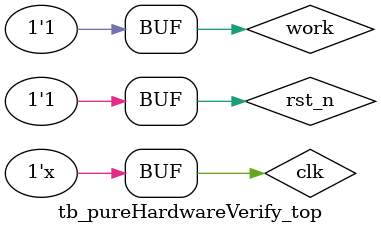
<source format=v>

`timescale 1ns/10ps

module tb_pureHardwareVerify_top();

//Define pins:
reg   clk, rst_n, work;


//Define signals:


//Define parameters:


//Edit code:
always #5 clk = ~clk;

initial begin
    clk = 1'b0;
    rst_n = 1'b0;
    work = 1'b0;
    #1003
    rst_n = 1'b1;
    #5003
    work = 1'b1;

end

top top(
    .clk(clk),
    .rst_n(rst_n),
    .work(work),
    .total(),
    .correct()
);





endmodule


</source>
